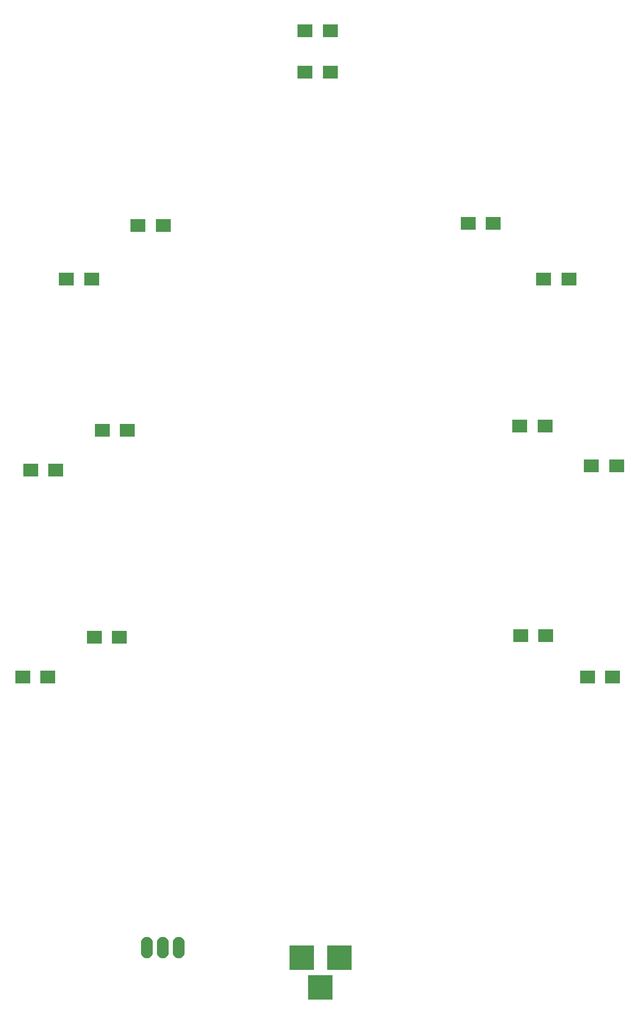
<source format=gbr>
G04 #@! TF.FileFunction,Soldermask,Bot*
%FSLAX46Y46*%
G04 Gerber Fmt 4.6, Leading zero omitted, Abs format (unit mm)*
G04 Created by KiCad (PCBNEW 4.0.6) date Tuesday, November 14, 2017 'PMt' 08:02:21 PM*
%MOMM*%
%LPD*%
G01*
G04 APERTURE LIST*
%ADD10C,0.100000*%
%ADD11O,1.910000X3.410000*%
%ADD12R,3.900000X3.900000*%
%ADD13R,2.400000X2.100000*%
G04 APERTURE END LIST*
D10*
D11*
X73025000Y-171450000D03*
X70485000Y-171450000D03*
X67945000Y-171450000D03*
D12*
X98679000Y-173101000D03*
X92679000Y-173101000D03*
X95679000Y-177801000D03*
D13*
X135350000Y-64770000D03*
X131350000Y-64770000D03*
X49435000Y-95250000D03*
X53435000Y-95250000D03*
X142335000Y-128270000D03*
X138335000Y-128270000D03*
X55150000Y-64770000D03*
X59150000Y-64770000D03*
X142970000Y-94615000D03*
X138970000Y-94615000D03*
X48165000Y-128270000D03*
X52165000Y-128270000D03*
X123285000Y-55880000D03*
X119285000Y-55880000D03*
X60865000Y-88900000D03*
X64865000Y-88900000D03*
X131667000Y-121666000D03*
X127667000Y-121666000D03*
X66580000Y-56261000D03*
X70580000Y-56261000D03*
X131540000Y-88265000D03*
X127540000Y-88265000D03*
X59595000Y-121920000D03*
X63595000Y-121920000D03*
X93250000Y-31750000D03*
X97250000Y-31750000D03*
X93250000Y-25146000D03*
X97250000Y-25146000D03*
M02*

</source>
